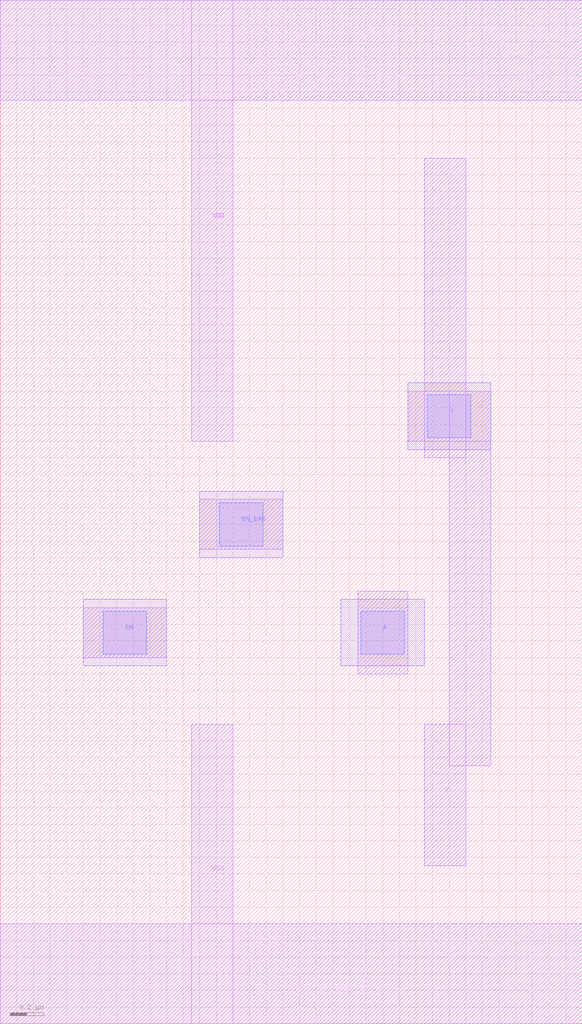
<source format=lef>
# Copyright 2022 Google LLC
# Licensed under the Apache License, Version 2.0 (the "License");
# you may not use this file except in compliance with the License.
# You may obtain a copy of the License at
#
#      http://www.apache.org/licenses/LICENSE-2.0
#
# Unless required by applicable law or agreed to in writing, software
# distributed under the License is distributed on an "AS IS" BASIS,
# WITHOUT WARRANTIES OR CONDITIONS OF ANY KIND, either express or implied.
# See the License for the specific language governing permissions and
# limitations under the License.
VERSION 5.7 ;
BUSBITCHARS "[]" ;
DIVIDERCHAR "/" ;

MACRO gf180mcu_osu_sc_gp9t3v3__tinv_1
  CLASS CORE ;
  ORIGIN 0 0 ;
  FOREIGN gf180mcu_osu_sc_gp9t3v3__tinv_1 0 0 ;
  SIZE 3.5 BY 6.15 ;
  SYMMETRY X Y ;
  SITE GF180_3p3_12t ;
  PIN VDD
    DIRECTION INOUT ;
    USE POWER ;
    SHAPE ABUTMENT ;
    PORT
      LAYER MET1 ;
        RECT 0 5.55 3.5 6.15 ;
        RECT 1.15 3.5 1.4 6.15 ;
    END
  END VDD
  PIN VSS
    DIRECTION INOUT ;
    USE GROUND ;
    PORT
      LAYER MET1 ;
        RECT 0 0 3.5 0.6 ;
        RECT 1.15 0 1.4 1.8 ;
    END
  END VSS
  PIN A
    DIRECTION INPUT ;
    USE SIGNAL ;
    PORT
      LAYER MET1 ;
        RECT 2.15 2.1 2.45 2.6 ;
      LAYER MET2 ;
        RECT 2.05 2.15 2.55 2.55 ;
      LAYER VIA12 ;
        RECT 2.17 2.22 2.43 2.48 ;
    END
  END A
  PIN EN
    DIRECTION INPUT ;
    USE SIGNAL ;
    PORT
      LAYER MET1 ;
        RECT 0.5 2.2 1 2.5 ;
      LAYER MET2 ;
        RECT 0.5 2.15 1 2.55 ;
      LAYER VIA12 ;
        RECT 0.62 2.22 0.88 2.48 ;
    END
  END EN
  PIN EN_BAR
    DIRECTION INPUT ;
    USE SIGNAL ;
    PORT
      LAYER MET1 ;
        RECT 1.2 2.85 1.7 3.15 ;
      LAYER MET2 ;
        RECT 1.2 2.8 1.7 3.2 ;
      LAYER VIA12 ;
        RECT 1.32 2.87 1.58 3.13 ;
    END
  END EN_BAR
  PIN Y
    DIRECTION OUTPUT ;
    USE SIGNAL ;
    PORT
      LAYER MET1 ;
        RECT 2.45 3.5 2.95 3.8 ;
        RECT 2.7 1.55 2.95 3.8 ;
        RECT 2.55 3.4 2.8 5.2 ;
        RECT 2.55 0.95 2.8 1.8 ;
      LAYER MET2 ;
        RECT 2.45 3.45 2.95 3.85 ;
      LAYER VIA12 ;
        RECT 2.57 3.52 2.83 3.78 ;
    END
  END Y
END gf180mcu_osu_sc_gp9t3v3__tinv_1

</source>
